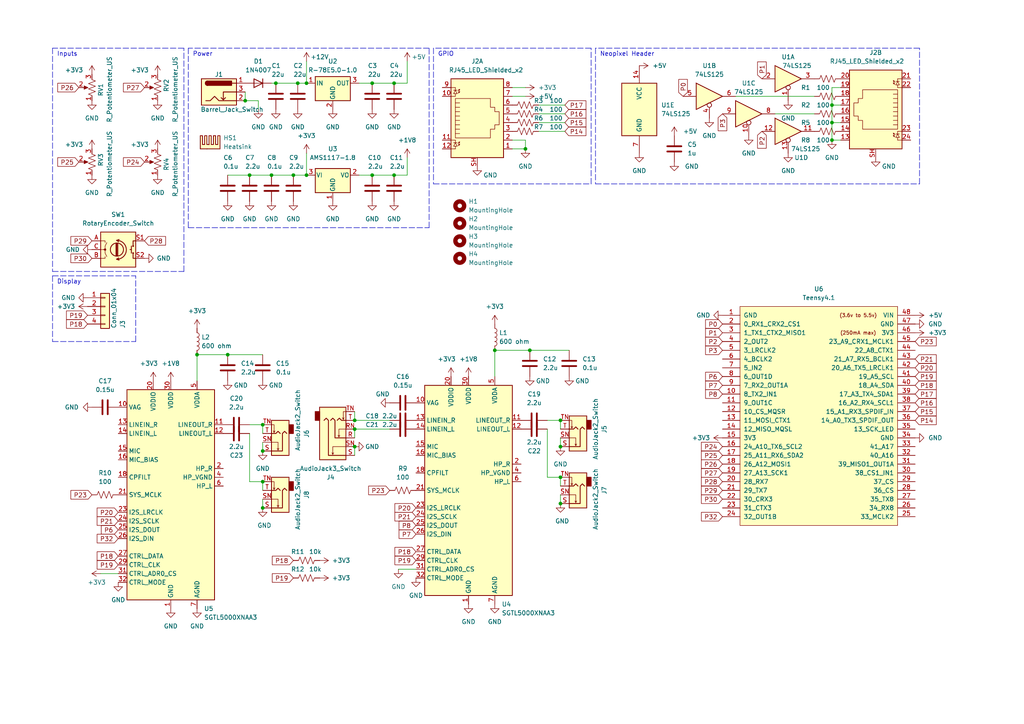
<source format=kicad_sch>
(kicad_sch (version 20211123) (generator eeschema)
  (paper "A4")
  (title_block (title "BM Math Camp Synth 2023"))
  (junction (at 85.09 50.8))
  (junction (at 143.51 101.6))
  (junction (at 162.56 121.92))
  (junction (at 152.4 43.18))
  (junction (at 76.2 130.81))
  (junction (at 162.56 146.05))
  (junction (at 86.36 24.13))
  (junction (at 66.04 102.87))
  (junction (at 57.15 102.87))
  (junction (at 241.3 40.64))
  (junction (at 76.2 147.32))
  (junction (at 102.87 124.46))
  (junction (at 88.9 24.13))
  (junction (at 102.87 121.92))
  (junction (at 76.2 123.19))
  (junction (at 241.3 30.48))
  (junction (at 114.3 50.8))
  (junction (at 153.67 101.6))
  (junction (at 107.95 24.13))
  (junction (at 241.3 35.56))
  (junction (at 72.39 50.8))
  (junction (at 88.9 50.8))
  (junction (at 102.87 129.54))
  (junction (at 114.3 24.13))
  (junction (at 78.74 50.8))
  (junction (at 162.56 138.43))
  (junction (at 162.56 129.54))
  (junction (at 71.12 29.21))
  (junction (at 80.01 24.13))
  (junction (at 107.95 50.8))
  (junction (at 76.2 139.7))
  (polyline (pts (xy 54.61 66.04) (xy 124.46 66.04)))
  (polyline (pts (xy 125.73 53.34) (xy 171.45 53.34)))
  (wire (pts (xy 163.83 35.56) (xy 156.21 35.56)))
  (wire (pts (xy 107.95 24.13) (xy 114.3 24.13)))
  (polyline (pts (xy 125.73 13.97) (xy 125.73 53.34)))
  (polyline (pts (xy 15.24 78.74) (xy 53.34 78.74)))
  (wire (pts (xy 241.3 25.4) (xy 241.3 30.48)))
  (wire (pts (xy 88.9 17.78) (xy 88.9 24.13)))
  (wire (pts (xy 78.74 24.13) (xy 80.01 24.13)))
  (polyline (pts (xy 53.34 13.97) (xy 15.24 13.97)))
  (wire (pts (xy 162.56 121.92) (xy 162.56 124.46)))
  (wire (pts (xy 88.9 44.45) (xy 88.9 50.8)))
  (wire (pts (xy 72.39 125.73) (xy 72.39 139.7)))
  (polyline (pts (xy 15.24 80.01) (xy 39.37 80.01)))
  (wire (pts (xy 224.79 33.02) (xy 236.22 33.02)))
  (wire (pts (xy 163.83 33.02) (xy 156.21 33.02)))
  (wire (pts (xy 86.36 24.13) (xy 88.9 24.13)))
  (wire (pts (xy 104.14 24.13) (xy 107.95 24.13)))
  (wire (pts (xy 162.56 140.97) (xy 162.56 138.43)))
  (wire (pts (xy 158.75 124.46) (xy 158.75 138.43)))
  (wire (pts (xy 72.39 50.8) (xy 78.74 50.8)))
  (wire (pts (xy 104.14 50.8) (xy 107.95 50.8)))
  (wire (pts (xy 76.2 142.24) (xy 76.2 139.7)))
  (polyline (pts (xy 171.45 53.34) (xy 171.45 13.97)))
  (wire (pts (xy 102.87 124.46) (xy 113.03 124.46)))
  (polyline (pts (xy 15.24 99.06) (xy 39.37 99.06)))
  (polyline (pts (xy 172.72 53.34) (xy 266.7 53.34)))
  (polyline (pts (xy 15.24 13.97) (xy 15.24 78.74)))
  (wire (pts (xy 243.84 25.4) (xy 241.3 25.4)))
  (wire (pts (xy 241.3 40.64) (xy 243.84 40.64)))
  (wire (pts (xy 78.74 50.8) (xy 85.09 50.8)))
  (wire (pts (xy 162.56 127) (xy 162.56 129.54)))
  (wire (pts (xy 143.51 101.6) (xy 143.51 109.22)))
  (wire (pts (xy 148.59 40.64) (xy 152.4 40.64)))
  (wire (pts (xy 29.21 166.37) (xy 34.29 166.37)))
  (wire (pts (xy 152.4 40.64) (xy 152.4 43.18)))
  (wire (pts (xy 74.93 31.75) (xy 74.93 29.21)))
  (wire (pts (xy 118.11 17.78) (xy 118.11 24.13)))
  (polyline (pts (xy 124.46 13.97) (xy 54.61 13.97)))
  (wire (pts (xy 102.87 121.92) (xy 113.03 121.92)))
  (wire (pts (xy 76.2 139.7) (xy 77.47 139.7)))
  (wire (pts (xy 241.3 35.56) (xy 241.3 40.64)))
  (wire (pts (xy 243.84 35.56) (xy 241.3 35.56)))
  (wire (pts (xy 71.12 29.21) (xy 74.93 29.21)))
  (wire (pts (xy 66.04 50.8) (xy 72.39 50.8)))
  (polyline (pts (xy 172.72 13.97) (xy 172.72 53.34)))
  (wire (pts (xy 158.75 121.92) (xy 162.56 121.92)))
  (wire (pts (xy 163.83 38.1) (xy 156.21 38.1)))
  (wire (pts (xy 107.95 50.8) (xy 114.3 50.8)))
  (wire (pts (xy 85.09 50.8) (xy 88.9 50.8)))
  (wire (pts (xy 115.57 165.1) (xy 120.65 165.1)))
  (wire (pts (xy 71.12 26.67) (xy 71.12 29.21)))
  (wire (pts (xy 148.59 27.94) (xy 152.4 27.94)))
  (wire (pts (xy 163.83 30.48) (xy 156.21 30.48)))
  (wire (pts (xy 57.15 102.87) (xy 66.04 102.87)))
  (wire (pts (xy 102.87 132.08) (xy 102.87 129.54)))
  (polyline (pts (xy 171.45 13.97) (xy 125.73 13.97)))
  (wire (pts (xy 118.11 45.72) (xy 118.11 50.8)))
  (polyline (pts (xy 53.34 78.74) (xy 53.34 13.97)))
  (wire (pts (xy 76.2 128.27) (xy 76.2 130.81)))
  (polyline (pts (xy 266.7 53.34) (xy 266.7 13.97)))
  (wire (pts (xy 241.3 30.48) (xy 241.3 35.56)))
  (polyline (pts (xy 54.61 13.97) (xy 54.61 66.04)))
  (wire (pts (xy 158.75 138.43) (xy 162.56 138.43)))
  (wire (pts (xy 80.01 24.13) (xy 86.36 24.13)))
  (polyline (pts (xy 15.24 80.01) (xy 15.24 99.06)))
  (wire (pts (xy 143.51 101.6) (xy 153.67 101.6)))
  (wire (pts (xy 148.59 25.4) (xy 152.4 25.4)))
  (wire (pts (xy 57.15 102.87) (xy 57.15 110.49)))
  (wire (pts (xy 243.84 30.48) (xy 241.3 30.48)))
  (polyline (pts (xy 39.37 99.06) (xy 39.37 80.01)))
  (polyline (pts (xy 266.7 13.97) (xy 172.72 13.97)))
  (wire (pts (xy 72.39 139.7) (xy 76.2 139.7)))
  (wire (pts (xy 118.11 24.13) (xy 114.3 24.13)))
  (wire (pts (xy 162.56 146.05) (xy 162.56 143.51)))
  (wire (pts (xy 72.39 123.19) (xy 76.2 123.19)))
  (wire (pts (xy 118.11 50.8) (xy 114.3 50.8)))
  (wire (pts (xy 76.2 123.19) (xy 76.2 125.73)))
  (wire (pts (xy 102.87 127) (xy 102.87 124.46)))
  (wire (pts (xy 76.2 147.32) (xy 76.2 144.78)))
  (wire (pts (xy 66.04 102.87) (xy 76.2 102.87)))
  (wire (pts (xy 153.67 101.6) (xy 165.1 101.6)))
  (wire (pts (xy 148.59 43.18) (xy 152.4 43.18)))
  (wire (pts (xy 102.87 121.92) (xy 102.87 119.38)))
  (wire (pts (xy 213.36 27.94) (xy 236.22 27.94)))
  (polyline (pts (xy 124.46 66.04) (xy 124.46 13.97)))
  (text "GPIO" (at 127 16.51 0) (effects (font (size 1.27 1.27)) (justify left bottom)))
  (text "Neopixel Header" (at 173.99 16.51 0) (effects (font (size 1.27 1.27)) (justify left bottom)))
  (text "Display" (at 16.51 82.55 0) (effects (font (size 1.27 1.27)) (justify left bottom)))
  (text "Inputs" (at 16.51 16.51 0) (effects (font (size 1.27 1.27)) (justify left bottom)))
  (text "Power" (at 55.88 16.51 0) (effects (font (size 1.27 1.27)) (justify left bottom)))
  (global_label "P6" (shape input) (at 209.55 109.22 180) (property "Intersheet References" "${INTERSHEET_REFS}" (effects hide)))
  (global_label "P14" (shape input) (at 163.83 38.1 0) (property "Intersheet References" "${INTERSHEET_REFS}" (effects hide)))
  (global_label "P30" (shape input) (at 209.55 144.78 180) (property "Intersheet References" "${INTERSHEET_REFS}" (effects hide)))
  (global_label "P20" (shape input) (at 120.65 147.32 180) (property "Intersheet References" "${INTERSHEET_REFS}" (effects hide)))
  (global_label "P16" (shape input) (at 265.43 116.84 0) (property "Intersheet References" "${INTERSHEET_REFS}" (effects hide)))
  (global_label "P19" (shape input) (at 265.43 109.22 0) (property "Intersheet References" "${INTERSHEET_REFS}" (effects hide)))
  (global_label "P1" (shape input) (at 209.55 96.52 180) (property "Intersheet References" "${INTERSHEET_REFS}" (effects hide)))
  (global_label "P14" (shape input) (at 265.43 121.92 0) (property "Intersheet References" "${INTERSHEET_REFS}" (effects hide)))
  (global_label "P23" (shape input) (at 113.03 142.24 180) (property "Intersheet References" "${INTERSHEET_REFS}" (effects hide)))
  (global_label "P19" (shape input) (at 85.09 167.64 180) (property "Intersheet References" "${INTERSHEET_REFS}" (effects hide)))
  (global_label "P24" (shape input) (at 41.91 46.99 180) (property "Intersheet References" "${INTERSHEET_REFS}" (effects hide)))
  (global_label "P32" (shape input) (at 209.55 149.86 180) (property "Intersheet References" "${INTERSHEET_REFS}" (effects hide)))
  (global_label "P17" (shape input) (at 163.83 30.48 0) (property "Intersheet References" "${INTERSHEET_REFS}" (effects hide)))
  (global_label "P19" (shape input) (at 25.4 91.44 180) (property "Intersheet References" "${INTERSHEET_REFS}" (effects hide)))
  (global_label "P7" (shape input) (at 209.55 111.76 180) (property "Intersheet References" "${INTERSHEET_REFS}" (effects hide)))
  (global_label "P27" (shape input) (at 209.55 137.16 180) (property "Intersheet References" "${INTERSHEET_REFS}" (effects hide)))
  (global_label "P23" (shape input) (at 26.67 143.51 180) (property "Intersheet References" "${INTERSHEET_REFS}" (effects hide)))
  (global_label "P18" (shape input) (at 34.29 161.29 180) (property "Intersheet References" "${INTERSHEET_REFS}" (effects hide)))
  (global_label "P26" (shape input) (at 209.55 134.62 180) (property "Intersheet References" "${INTERSHEET_REFS}" (effects hide)))
  (global_label "P29" (shape input) (at 26.67 69.85 180) (property "Intersheet References" "${INTERSHEET_REFS}" (effects hide)))
  (global_label "P19" (shape input) (at 34.29 163.83 180) (property "Intersheet References" "${INTERSHEET_REFS}" (effects hide)))
  (global_label "P18" (shape input) (at 265.43 111.76 0) (property "Intersheet References" "${INTERSHEET_REFS}" (effects hide)))
  (global_label "P7" (shape input) (at 120.65 154.94 180) (property "Intersheet References" "${INTERSHEET_REFS}" (effects hide)))
  (global_label "P20" (shape input) (at 265.43 106.68 0) (property "Intersheet References" "${INTERSHEET_REFS}" (effects hide)))
  (global_label "P18" (shape input) (at 120.65 160.02 180) (property "Intersheet References" "${INTERSHEET_REFS}" (effects hide)))
  (global_label "P16" (shape input) (at 163.83 33.02 0) (property "Intersheet References" "${INTERSHEET_REFS}" (effects hide)))
  (global_label "P0" (shape input) (at 209.55 93.98 180) (property "Intersheet References" "${INTERSHEET_REFS}" (effects hide)))
  (global_label "P3" (shape input) (at 209.55 101.6 180) (property "Intersheet References" "${INTERSHEET_REFS}" (effects hide)))
  (global_label "P21" (shape input) (at 265.43 104.14 0) (property "Intersheet References" "${INTERSHEET_REFS}" (effects hide)))
  (global_label "P15" (shape input) (at 265.43 119.38 0) (property "Intersheet References" "${INTERSHEET_REFS}" (effects hide)))
  (global_label "P25" (shape input) (at 209.55 132.08 180) (property "Intersheet References" "${INTERSHEET_REFS}" (effects hide)))
  (global_label "P17" (shape input) (at 265.43 114.3 0) (property "Intersheet References" "${INTERSHEET_REFS}" (effects hide)))
  (global_label "P18" (shape input) (at 25.4 93.98 180) (property "Intersheet References" "${INTERSHEET_REFS}" (effects hide)))
  (global_label "P8" (shape input) (at 209.55 114.3 180) (property "Intersheet References" "${INTERSHEET_REFS}" (effects hide)))
  (global_label "P21" (shape input) (at 34.29 151.13 180) (property "Intersheet References" "${INTERSHEET_REFS}" (effects hide)))
  (global_label "P20" (shape input) (at 34.29 148.59 180) (property "Intersheet References" "${INTERSHEET_REFS}" (effects hide)))
  (global_label "P24" (shape input) (at 209.55 129.54 180) (property "Intersheet References" "${INTERSHEET_REFS}" (effects hide)))
  (global_label "P27" (shape input) (at 41.91 25.4 180) (property "Intersheet References" "${INTERSHEET_REFS}" (effects hide)))
  (global_label "P29" (shape input) (at 209.55 142.24 180) (property "Intersheet References" "${INTERSHEET_REFS}" (effects hide)))
  (global_label "P21" (shape input) (at 120.65 149.86 180) (property "Intersheet References" "${INTERSHEET_REFS}" (effects hide)))
  (global_label "P30" (shape input) (at 26.67 74.93 180) (property "Intersheet References" "${INTERSHEET_REFS}" (effects hide)))
  (global_label "P23" (shape input) (at 265.43 99.06 0) (property "Intersheet References" "${INTERSHEET_REFS}" (effects hide)))
  (global_label "P32" (shape input) (at 34.29 156.21 180) (property "Intersheet References" "${INTERSHEET_REFS}" (effects hide)))
  (global_label "P15" (shape input) (at 163.83 35.56 0) (property "Intersheet References" "${INTERSHEET_REFS}" (effects hide)))
  (global_label "P2" (shape input) (at 209.55 99.06 180) (property "Intersheet References" "${INTERSHEET_REFS}" (effects hide)))
  (global_label "P8" (shape input) (at 120.65 152.4 180) (property "Intersheet References" "${INTERSHEET_REFS}" (effects hide)))
  (global_label "P28" (shape input) (at 209.55 139.7 180) (property "Intersheet References" "${INTERSHEET_REFS}" (effects hide)))
  (global_label "P28" (shape input) (at 41.91 69.85 0) (property "Intersheet References" "${INTERSHEET_REFS}" (effects hide)))
  (global_label "P2" (shape input) (at 220.98 38.1 270) (property "Intersheet References" "${INTERSHEET_REFS}" (effects hide)))
  (global_label "P1" (shape input) (at 220.98 22.86 90) (property "Intersheet References" "${INTERSHEET_REFS}" (effects hide)))
  (global_label "P0" (shape input) (at 198.12 27.94 90) (property "Intersheet References" "${INTERSHEET_REFS}" (effects hide)))
  (global_label "P19" (shape input) (at 120.65 162.56 180) (property "Intersheet References" "${INTERSHEET_REFS}" (effects hide)))
  (global_label "P25" (shape input) (at 22.86 46.99 180) (property "Intersheet References" "${INTERSHEET_REFS}" (effects hide)))
  (global_label "P26" (shape input) (at 22.86 25.4 180) (property "Intersheet References" "${INTERSHEET_REFS}" (effects hide)))
  (global_label "P6" (shape input) (at 34.29 153.67 180) (property "Intersheet References" "${INTERSHEET_REFS}" (effects hide)))
  (global_label "P3" (shape input) (at 209.55 33.02 270) (property "Intersheet References" "${INTERSHEET_REFS}" (effects hide)))
  (global_label "P18" (shape input) (at 85.09 162.56 180) (property "Intersheet References" "${INTERSHEET_REFS}" (effects hide)))
  (symbol (lib_id "Mechanical:MountingHole") (at 133.35 64.77 0) (unit 1)
    (property "Reference" "H2" (at 135.89 63.4999 0) (effects (justify left)))
    (property "Value" "MountingHole" (at 135.89 66.0399 0) (effects (justify left)))
    (property "Footprint" "MountingHole:MountingHole_3.7mm" (effects hide))
  )
  (symbol (lib_id "Device:C") (at 195.58 43.18 0) (unit 1)
    (property "Reference" "C5" (at 199.39 41.9099 0) (effects (justify left)))
    (property "Value" "1u" (at 199.39 44.4499 0) (effects (justify left)))
    (property "Footprint" "Capacitor_SMD:C_0603_1608Metric" (effects hide))
  )
  (symbol (lib_id "Device:C") (at 66.04 106.68 0) (unit 1)
    (property "Reference" "C14" (at 69.85 105.4099 0) (effects (justify left)))
    (property "Value" "2.2u" (at 69.85 107.9499 0) (effects (justify left)))
    (property "Footprint" "Capacitor_SMD:C_0603_1608Metric" (effects hide))
  )
  (symbol (lib_id "power:GND") (at 45.72 29.21 0) (unit 1)
    (property "Reference" "#PWR010" (effects hide))
    (property "Value" "GND" (at 45.72 34.29 0))
  )
  (symbol (lib_id "power:GND") (at 153.67 109.22 0) (unit 1)
    (property "Reference" "#PWR052" (effects hide))
    (property "Value" "GND" (at 157.48 110.49 0))
  )
  (symbol (lib_id "Connector:AudioJack3_Switch") (at 97.79 127 0) (mirror x) (unit 1)
    (property "Reference" "J4" (at 95.885 138.43 0))
    (property "Value" "AudioJack3_Switch" (at 95.885 135.89 0))
    (property "Footprint" "Connector_Audio:Jack_6.35mm_Neutrik_NMJ6HFD4_Horizontal" (effects hide))
  )
  (symbol (lib_id "power:GND") (at 57.15 176.53 0) (unit 1)
    (property "Reference" "#PWR076" (effects hide))
    (property "Value" "GND" (at 57.15 181.61 0))
  )
  (symbol (lib_id "power:+5V") (at 118.11 17.78 0) (unit 1)
    (property "Reference" "#PWR02" (effects hide))
    (property "Value" "+5V" (at 119.38 16.51 0) (effects (justify left)))
  )
  (symbol (lib_id "power:GND") (at 162.56 129.54 0) (unit 1)
    (property "Reference" "#PWR063" (effects hide))
    (property "Value" "GND" (at 162.56 134.62 0))
  )
  (symbol (lib_id "Device:R_Potentiometer_US") (at 45.72 25.4 180) (unit 1)
    (property "Reference" "RV2" (at 48.26 26.6701 90) (effects (justify right)))
    (property "Value" "R_Potentiometer_US" (at 50.8 35.56 90) (effects (justify right)))
    (property "Footprint" "Potentiometer_THT:Potentiometer_Alpha_RD901F-40-00D_Single_Vertical" (effects hide))
  )
  (symbol (lib_id "power:GND") (at 74.93 31.75 0) (unit 1)
    (property "Reference" "#PWR011" (effects hide))
    (property "Value" "GND" (at 74.93 36.83 0))
  )
  (symbol (lib_id "Device:R_Potentiometer_US") (at 45.72 46.99 180) (unit 1)
    (property "Reference" "RV4" (at 48.26 49.53 90) (effects (justify right)))
    (property "Value" "R_Potentiometer_US" (at 50.8 57.15 90) (effects (justify right)))
    (property "Footprint" "Potentiometer_THT:Potentiometer_Alpha_RD901F-40-00D_Single_Vertical" (effects hide))
  )
  (symbol (lib_id "power:GND") (at 80.01 31.75 0) (unit 1)
    (property "Reference" "#PWR012" (effects hide))
    (property "Value" "GND" (at 80.01 36.83 0))
  )
  (symbol (lib_id "Device:C") (at 86.36 27.94 0) (unit 1)
    (property "Reference" "C2" (at 85.09 19.05 0) (effects (justify left)))
    (property "Value" "22u" (at 85.09 21.59 0) (effects (justify left)))
    (property "Footprint" "Capacitor_SMD:C_0805_2012Metric" (effects hide))
  )
  (symbol (lib_id "power:GND") (at 162.56 146.05 0) (unit 1)
    (property "Reference" "#PWR065" (effects hide))
    (property "Value" "GND" (at 165.1 151.13 0) (effects (justify right)))
  )
  (symbol (lib_id "Diode:1N4007") (at 74.93 24.13 180) (unit 1)
    (property "Reference" "D1" (at 74.93 17.78 0))
    (property "Value" "1N4007" (at 74.93 20.32 0))
    (property "Footprint" "Diode_THT:D_DO-41_SOD81_P10.16mm_Horizontal" (effects hide))
    (property "Datasheet" "http://www.vishay.com/docs/88503/1n4001.pdf" (effects hide))
  )
  (symbol (lib_id "Device:C") (at 68.58 123.19 90) (unit 1)
    (property "Reference" "C20" (at 68.58 115.57 90))
    (property "Value" "2.2u" (at 68.58 118.11 90))
    (property "Footprint" "Capacitor_SMD:C_0603_1608Metric" (effects hide))
  )
  (symbol (lib_id "power:GND") (at 113.03 116.84 270) (unit 1)
    (property "Reference" "#PWR059" (effects hide))
    (property "Value" "GND" (at 113.03 114.3 90) (effects (justify right)))
  )
  (symbol (lib_id "Device:C") (at 116.84 116.84 90) (unit 1)
    (property "Reference" "C16" (at 116.84 109.22 90))
    (property "Value" "0.15u" (at 116.84 111.76 90))
    (property "Footprint" "Capacitor_SMD:C_0603_1608Metric" (effects hide))
  )
  (symbol (lib_id "Connector:AudioJack2_Switch") (at 81.28 142.24 180) (unit 1)
    (property "Reference" "J8" (at 88.9 143.51 90))
    (property "Value" "AudioJack2_Switch" (at 86.36 144.78 90))
    (property "Footprint" "Connector_Audio:Jack_6.35mm_Neutrik_NMJ6HFD4_Horizontal" (effects hide))
  )
  (symbol (lib_id "Regulator_Linear:AMS1117-1.8") (at 96.52 50.8 0) (unit 1)
    (property "Reference" "U3" (at 96.52 43.18 0))
    (property "Value" "AMS1117-1.8" (at 96.52 45.72 0))
    (property "Footprint" "Package_TO_SOT_SMD:SOT-223-3_TabPin2" (effects hide))
    (property "Datasheet" "http://www.advanced-monolithic.com/pdf/ds1117.pdf" (effects hide))
  )
  (symbol (lib_id "Connector:Barrel_Jack_Switch") (at 63.5 26.67 0) (unit 1)
    (property "Reference" "J1" (at 63.5 21.59 0))
    (property "Value" "Barrel_Jack_Switch" (at 67.31 31.75 0))
    (property "Footprint" "Connector_BarrelJack:BarrelJack_Horizontal" (effects hide))
  )
  (symbol (lib_id "power:+3.3V") (at 45.72 21.59 0) (unit 1)
    (property "Reference" "#PWR05" (effects hide))
    (property "Value" "+3.3V" (at 43.18 20.3201 0) (effects (justify right)))
  )
  (symbol (lib_id "Device:R_US") (at 152.4 33.02 90) (unit 1)
    (property "Reference" "R4" (at 156.21 31.75 90))
    (property "Value" "100" (at 161.29 31.75 90))
    (property "Footprint" "Resistor_SMD:R_0603_1608Metric" (effects hide))
  )
  (symbol (lib_id "Device:R_US") (at 30.48 143.51 90) (unit 1)
    (property "Reference" "R10" (at 30.48 137.16 90))
    (property "Value" "100" (at 30.48 139.7 90))
    (property "Footprint" "Resistor_SMD:R_0603_1608Metric" (effects hide))
  )
  (symbol (lib_id "power:GND") (at 26.67 29.21 0) (unit 1)
    (property "Reference" "#PWR08" (effects hide))
    (property "Value" "GND" (at 26.67 34.29 0))
  )
  (symbol (lib_id "power:GND") (at 217.17 39.37 0) (unit 1)
    (property "Reference" "#PWR0103" (effects hide))
    (property "Value" "GND" (at 217.17 44.45 0))
  )
  (symbol (lib_id "power:GND") (at 66.04 110.49 0) (unit 1)
    (property "Reference" "#PWR056" (effects hide))
    (property "Value" "GND" (at 69.85 111.76 0))
  )
  (symbol (lib_id "Mechanical:MountingHole") (at 133.35 74.93 0) (unit 1)
    (property "Reference" "H4" (at 135.89 73.6599 0) (effects (justify left)))
    (property "Value" "MountingHole" (at 135.89 76.1999 0) (effects (justify left)))
    (property "Footprint" "MountingHole:MountingHole_3.7mm" (effects hide))
  )
  (symbol (lib_id "Device:R_Potentiometer_US") (at 26.67 25.4 180) (unit 1)
    (property "Reference" "RV1" (at 29.21 27.94 90) (effects (justify right)))
    (property "Value" "R_Potentiometer_US" (at 31.75 35.56 90) (effects (justify right)))
    (property "Footprint" "Potentiometer_THT:Potentiometer_Alpha_RD901F-40-00D_Single_Vertical" (effects hide))
  )
  (symbol (lib_id "power:GND") (at 107.95 58.42 0) (unit 1)
    (property "Reference" "#PWR038" (effects hide))
    (property "Value" "GND" (at 107.95 63.5 0))
  )
  (symbol (lib_id "Device:C") (at 114.3 27.94 0) (unit 1)
    (property "Reference" "C4" (at 113.03 19.05 0) (effects (justify left)))
    (property "Value" "22u" (at 113.03 21.59 0) (effects (justify left)))
    (property "Footprint" "Capacitor_SMD:C_0805_2012Metric" (effects hide))
  )
  (symbol (lib_id "Device:C") (at 116.84 121.92 90) (unit 1)
    (property "Reference" "C18" (at 107.95 120.65 90))
    (property "Value" "2.2u" (at 113.03 120.65 90))
    (property "Footprint" "Capacitor_SMD:C_0603_1608Metric" (effects hide))
  )
  (symbol (lib_id "74xx:74LS125") (at 205.74 27.94 0) (unit 2)
    (property "Reference" "U1" (at 205.74 19.05 0))
    (property "Value" "74LS125" (at 205.74 21.59 0))
    (property "Footprint" "Package_SO:SOIC-14_3.9x8.7mm_P1.27mm" (effects hide))
    (property "Datasheet" "http://www.ti.com/lit/gpn/sn74LS125" (effects hide))
  )
  (symbol (lib_id "power:GND") (at 228.6 44.45 0) (unit 1)
    (property "Reference" "#PWR0101" (effects hide))
    (property "Value" "GND" (at 228.6 49.53 0))
  )
  (symbol (lib_id "power:+3.3V") (at 29.21 166.37 90) (unit 1)
    (property "Reference" "#PWR069" (effects hide))
    (property "Value" "+3.3V" (at 25.4 168.91 90) (effects (justify right)))
  )
  (symbol (lib_id "Device:R_US") (at 240.03 22.86 90) (unit 1)
    (property "Reference" "R1" (at 233.68 25.4 90))
    (property "Value" "100" (at 238.76 25.4 90))
    (property "Footprint" "Resistor_SMD:R_0603_1608Metric" (effects hide))
  )
  (symbol (lib_id "power:GND") (at 102.87 129.54 90) (unit 1)
    (property "Reference" "#PWR058" (effects hide))
    (property "Value" "GND" (at 107.95 129.54 90))
  )
  (symbol (lib_id "power:GND") (at 25.4 86.36 270) (unit 1)
    (property "Reference" "#PWR042" (effects hide))
    (property "Value" "GND" (at 17.78 86.36 90) (effects (justify left)))
  )
  (symbol (lib_id "power:GND") (at 265.43 93.98 90) (unit 1)
    (property "Reference" "#PWR047" (effects hide))
    (property "Value" "GND" (at 269.24 93.9799 90) (effects (justify right)))
  )
  (symbol (lib_id "Device:C") (at 68.58 125.73 90) (unit 1)
    (property "Reference" "C23" (at 68.58 132.08 90))
    (property "Value" "2.2u" (at 68.58 129.54 90))
    (property "Footprint" "Capacitor_SMD:C_0603_1608Metric" (effects hide))
  )
  (symbol (lib_id "Device:C") (at 154.94 124.46 90) (unit 1)
    (property "Reference" "C22" (at 154.94 130.81 90))
    (property "Value" "2.2u" (at 154.94 128.27 90))
    (property "Footprint" "Capacitor_SMD:C_0603_1608Metric" (effects hide))
  )
  (symbol (lib_id "power:GND") (at 107.95 31.75 0) (unit 1)
    (property "Reference" "#PWR015" (effects hide))
    (property "Value" "GND" (at 107.95 36.83 0))
  )
  (symbol (lib_id "Device:R_US") (at 88.9 162.56 90) (unit 1)
    (property "Reference" "R11" (at 86.36 160.02 90))
    (property "Value" "10k" (at 91.44 160.02 90))
    (property "Footprint" "Resistor_SMD:R_0603_1608Metric" (effects hide))
  )
  (symbol (lib_id "power:+3.3V") (at 44.45 110.49 0) (unit 1)
    (property "Reference" "#PWR054" (effects hide))
    (property "Value" "+3.3V" (at 43.18 105.41 0))
  )
  (symbol (lib_id "power:+3.3V") (at 265.43 96.52 270) (unit 1)
    (property "Reference" "#PWR049" (effects hide))
    (property "Value" "+3.3V" (at 269.24 96.5199 90) (effects (justify left)))
  )
  (symbol (lib_id "Device:R_Potentiometer_US") (at 26.67 46.99 180) (unit 1)
    (property "Reference" "RV3" (at 29.21 48.26 90) (effects (justify right)))
    (property "Value" "R_Potentiometer_US" (at 31.75 57.15 90) (effects (justify right)))
    (property "Footprint" "Potentiometer_THT:Potentiometer_Alpha_RD901F-40-00D_Single_Vertical" (effects hide))
  )
  (symbol (lib_id "power:GND") (at 34.29 168.91 0) (unit 1)
    (property "Reference" "#PWR072" (effects hide))
    (property "Value" "GND" (at 34.29 173.99 0))
  )
  (symbol (lib_id "Device:R_US") (at 116.84 142.24 90) (unit 1)
    (property "Reference" "R9" (at 116.84 135.89 90))
    (property "Value" "100" (at 116.84 138.43 90))
    (property "Footprint" "Resistor_SMD:R_0603_1608Metric" (effects hide))
  )
  (symbol (lib_id "power:+3.3V") (at 92.71 167.64 270) (unit 1)
    (property "Reference" "#PWR070" (effects hide))
    (property "Value" "+3.3V" (at 101.6 167.64 90) (effects (justify right)))
  )
  (symbol (lib_id "74xx:74LS125") (at 228.6 38.1 0) (unit 4)
    (property "Reference" "U1" (at 232.41 45.72 0))
    (property "Value" "74LS125" (at 233.68 43.18 0))
    (property "Footprint" "Package_SO:SOIC-14_3.9x8.7mm_P1.27mm" (effects hide))
    (property "Datasheet" "http://www.ti.com/lit/gpn/sn74LS125" (effects hide))
  )
  (symbol (lib_id "Connector:RJ45_LED_Shielded_x2") (at 254 33.02 0) (mirror y) (unit 2)
    (property "Reference" "J2" (at 254 15.24 0))
    (property "Value" "RJ45_LED_Shielded_x2" (at 251.46 17.78 0))
    (property "Footprint" "Connector_RJ:RJ45_Amphenol_RJHSE538X-02" (effects hide))
  )
  (symbol (lib_id "power:+3.3V") (at 209.55 127 90) (unit 1)
    (property "Reference" "#PWR061" (effects hide))
    (property "Value" "+3.3V" (at 200.66 127 90) (effects (justify right)))
  )
  (symbol (lib_id "power:GND") (at 66.04 58.42 0) (unit 1)
    (property "Reference" "#PWR033" (effects hide))
    (property "Value" "GND" (at 66.04 63.5 0))
  )
  (symbol (lib_id "Device:C") (at 107.95 54.61 0) (unit 1)
    (property "Reference" "C10" (at 106.68 45.72 0) (effects (justify left)))
    (property "Value" "2.2u" (at 106.68 48.26 0) (effects (justify left)))
    (property "Footprint" "Capacitor_SMD:C_0603_1608Metric" (effects hide))
  )
  (symbol (lib_id "power:GND") (at 26.67 72.39 270) (unit 1)
    (property "Reference" "#PWR040" (effects hide))
    (property "Value" "GND" (at 19.05 72.39 90) (effects (justify left)))
  )
  (symbol (lib_id "74xx:74LS125") (at 217.17 33.02 0) (unit 3)
    (property "Reference" "U1" (at 217.17 24.13 0))
    (property "Value" "74LS125" (at 217.17 26.67 0))
    (property "Footprint" "Package_SO:SOIC-14_3.9x8.7mm_P1.27mm" (effects hide))
    (property "Datasheet" "http://www.ti.com/lit/gpn/sn74LS125" (effects hide))
  )
  (symbol (lib_id "power:GND") (at 114.3 31.75 0) (unit 1)
    (property "Reference" "#PWR016" (effects hide))
    (property "Value" "GND" (at 114.3 36.83 0))
  )
  (symbol (lib_id "Mechanical:MountingHole") (at 133.35 69.85 0) (unit 1)
    (property "Reference" "H3" (at 135.89 68.5799 0) (effects (justify left)))
    (property "Value" "MountingHole" (at 135.89 71.1199 0) (effects (justify left)))
    (property "Footprint" "MountingHole:MountingHole_3.7mm" (effects hide))
  )
  (symbol (lib_id "power:GND") (at 115.57 165.1 0) (unit 1)
    (property "Reference" "#PWR068" (effects hide))
    (property "Value" "GND" (at 115.57 170.18 0))
  )
  (symbol (lib_id "Device:C") (at 66.04 54.61 0) (unit 1)
    (property "Reference" "C6" (at 64.77 45.72 0) (effects (justify left)))
    (property "Value" "0.1u" (at 64.77 48.26 0) (effects (justify left)))
    (property "Footprint" "Capacitor_SMD:C_0603_1608Metric" (effects hide))
  )
  (symbol (lib_id "Connector:RJ45_LED_Shielded_x2") (at 138.43 35.56 0) (unit 1)
    (property "Reference" "J2" (at 138.43 17.78 0))
    (property "Value" "RJ45_LED_Shielded_x2" (at 140.97 20.32 0))
    (property "Footprint" "Connector_RJ:RJ45_Amphenol_RJHSE538X-02" (effects hide))
  )
  (symbol (lib_id "power:GND") (at 185.42 44.45 0) (unit 1)
    (property "Reference" "#PWR025" (effects hide))
    (property "Value" "GND" (at 185.42 49.53 0))
  )
  (symbol (lib_id "Device:R_US") (at 152.4 30.48 90) (unit 1)
    (property "Reference" "R3" (at 156.21 29.21 90))
    (property "Value" "100" (at 161.29 29.21 90))
    (property "Footprint" "Resistor_SMD:R_0603_1608Metric" (effects hide))
  )
  (symbol (lib_id "power:GND") (at 96.52 58.42 0) (unit 1)
    (property "Reference" "#PWR037" (effects hide))
    (property "Value" "GND" (at 96.52 63.5 0))
  )
  (symbol (lib_id "power:GND") (at 41.91 74.93 90) (unit 1)
    (property "Reference" "#PWR041" (effects hide))
    (property "Value" "GND" (at 49.53 74.93 90) (effects (justify left)))
  )
  (symbol (lib_id "Device:R_US") (at 152.4 35.56 90) (unit 1)
    (property "Reference" "R6" (at 156.21 34.29 90))
    (property "Value" "100" (at 161.29 34.29 90))
    (property "Footprint" "Resistor_SMD:R_0603_1608Metric" (effects hide))
  )
  (symbol (lib_id "power:GND") (at 143.51 175.26 0) (unit 1)
    (property "Reference" "#PWR074" (effects hide))
    (property "Value" "GND" (at 143.51 180.34 0))
  )
  (symbol (lib_id "Audio:SGTL5000XNAA3") (at 49.53 143.51 0) (unit 1)
    (property "Reference" "U5" (at 59.1694 176.53 0) (effects (justify left)))
    (property "Value" "SGTL5000XNAA3" (at 59.1694 179.07 0) (effects (justify left)))
    (property "Footprint" "Package_DFN_QFN:QFN-32-1EP_5x5mm_P0.5mm_EP3.6x3.6mm" (effects hide))
    (property "Datasheet" "https://www.nxp.com/docs/en/data-sheet/SGTL5000.pdf" (effects hide))
  )
  (symbol (lib_id "power:GND") (at 152.4 43.18 0) (unit 1)
    (property "Reference" "#PWR023" (effects hide))
    (property "Value" "GND" (at 152.4 48.26 0))
  )
  (symbol (lib_id "power:GND") (at 195.58 46.99 0) (unit 1)
    (property "Reference" "#PWR029" (effects hide))
    (property "Value" "GND" (at 200.66 48.26 0))
  )
  (symbol (lib_id "Device:C") (at 78.74 54.61 0) (unit 1)
    (property "Reference" "C8" (at 77.47 45.72 0) (effects (justify left)))
    (property "Value" "0.1u" (at 77.47 48.26 0) (effects (justify left)))
    (property "Footprint" "Capacitor_SMD:C_0603_1608Metric" (effects hide))
  )
  (symbol (lib_id "Device:R_US") (at 240.03 38.1 90) (unit 1)
    (property "Reference" "R8" (at 233.68 40.64 90))
    (property "Value" "100" (at 238.76 40.64 90))
    (property "Footprint" "Resistor_SMD:R_0603_1608Metric" (effects hide))
  )
  (symbol (lib_id "Device:C") (at 153.67 105.41 0) (unit 1)
    (property "Reference" "C12" (at 157.48 104.1399 0) (effects (justify left)))
    (property "Value" "2.2u" (at 157.48 106.6799 0) (effects (justify left)))
    (property "Footprint" "Capacitor_SMD:C_0603_1608Metric" (effects hide))
  )
  (symbol (lib_id "power:GND") (at 78.74 58.42 0) (unit 1)
    (property "Reference" "#PWR035" (effects hide))
    (property "Value" "GND" (at 78.74 63.5 0))
  )
  (symbol (lib_id "power:GND") (at 76.2 130.81 0) (unit 1)
    (property "Reference" "#PWR064" (effects hide))
    (property "Value" "GND" (at 76.2 135.89 0))
  )
  (symbol (lib_id "Device:R_US") (at 88.9 167.64 90) (unit 1)
    (property "Reference" "R12" (at 86.36 165.1 90))
    (property "Value" "10k" (at 91.44 165.1 90))
    (property "Footprint" "Resistor_SMD:R_0603_1608Metric" (effects hide))
  )
  (symbol (lib_id "Device:R_US") (at 152.4 38.1 90) (unit 1)
    (property "Reference" "R7" (at 156.21 36.83 90))
    (property "Value" "100" (at 161.29 36.83 90))
    (property "Footprint" "Resistor_SMD:R_0603_1608Metric" (effects hide))
  )
  (symbol (lib_id "power:+3.3V") (at 45.72 43.18 0) (unit 1)
    (property "Reference" "#PWR022" (effects hide))
    (property "Value" "+3.3V" (at 43.18 41.9101 0) (effects (justify right)))
  )
  (symbol (lib_id "power:GND") (at 228.6 29.21 0) (unit 1)
    (property "Reference" "#PWR0102" (effects hide))
    (property "Value" "GND" (at 228.6 34.29 0))
  )
  (symbol (lib_id "power:GND") (at 86.36 31.75 0) (unit 1)
    (property "Reference" "#PWR013" (effects hide))
    (property "Value" "GND" (at 86.36 36.83 0))
  )
  (symbol (lib_id "Mechanical:MountingHole") (at 133.35 59.69 0) (unit 1)
    (property "Reference" "H1" (at 135.89 58.4199 0) (effects (justify left)))
    (property "Value" "MountingHole" (at 135.89 60.9599 0) (effects (justify left)))
    (property "Footprint" "MountingHole:MountingHole_3.7mm" (effects hide))
  )
  (symbol (lib_id "Device:C") (at 72.39 54.61 0) (unit 1)
    (property "Reference" "C7" (at 71.12 45.72 0) (effects (justify left)))
    (property "Value" "2.2u" (at 71.12 48.26 0) (effects (justify left)))
    (property "Footprint" "Capacitor_SMD:C_0603_1608Metric" (effects hide))
  )
  (symbol (lib_id "Device:C") (at 165.1 105.41 0) (unit 1)
    (property "Reference" "C13" (at 168.91 104.1399 0) (effects (justify left)))
    (property "Value" "0.1u" (at 168.91 106.6799 0) (effects (justify left)))
    (property "Footprint" "Capacitor_SMD:C_0603_1608Metric" (effects hide))
  )
  (symbol (lib_id "power:+5V") (at 185.42 19.05 270) (unit 1)
    (property "Reference" "#PWR03" (effects hide))
    (property "Value" "+5V" (at 189.23 19.0499 90) (effects (justify left)))
  )
  (symbol (lib_id "Regulator_Switching:R-78E5.0-1.0") (at 96.52 24.13 0) (unit 1)
    (property "Reference" "U2" (at 96.52 17.78 0))
    (property "Value" "R-78E5.0-1.0" (at 96.52 20.32 0))
    (property "Footprint" "Package_TO_SOT_THT:TO-220-3_Horizontal_TabDown" (effects hide))
    (property "Datasheet" "https://www.recom-power.com/pdf/Innoline/R-78Exx-1.0.pdf" (effects hide))
  )
  (symbol (lib_id "power:+3.3V") (at 92.71 162.56 270) (unit 1)
    (property "Reference" "#PWR067" (effects hide))
    (property "Value" "+3.3V" (at 101.6 162.56 90) (effects (justify right)))
  )
  (symbol (lib_id "Connector:AudioJack2_Switch") (at 81.28 125.73 180) (unit 1)
    (property "Reference" "J6" (at 88.9 127 90) (effects (justify right)))
    (property "Value" "AudioJack2_Switch" (at 86.36 130.81 90) (effects (justify right)))
    (property "Footprint" "Connector_Audio:Jack_6.35mm_Neutrik_NMJ6HFD4_Horizontal" (effects hide))
  )
  (symbol (lib_id "Device:C") (at 76.2 106.68 0) (unit 1)
    (property "Reference" "C15" (at 80.01 105.41 0) (effects (justify left)))
    (property "Value" "0.1u" (at 80.01 107.9499 0) (effects (justify left)))
    (property "Footprint" "Capacitor_SMD:C_0603_1608Metric" (effects hide))
  )
  (symbol (lib_id "power:GND") (at 76.2 110.49 0) (unit 1)
    (property "Reference" "#PWR057" (effects hide))
    (property "Value" "GND" (at 80.01 111.76 0))
  )
  (symbol (lib_id "power:GND") (at 72.39 58.42 0) (unit 1)
    (property "Reference" "#PWR034" (effects hide))
    (property "Value" "GND" (at 72.39 63.5 0))
  )
  (symbol (lib_id "power:+1V8") (at 135.89 109.22 0) (unit 1)
    (property "Reference" "#PWR051" (effects hide))
    (property "Value" "+1V8" (at 135.89 104.14 0))
  )
  (symbol (lib_id "power:+3.3V") (at 26.67 21.59 0) (unit 1)
    (property "Reference" "#PWR04" (effects hide))
    (property "Value" "+3.3V" (at 24.13 20.3201 0) (effects (justify right)))
  )
  (symbol (lib_id "power:+3.3V") (at 152.4 25.4 270) (unit 1)
    (property "Reference" "#PWR06" (effects hide))
    (property "Value" "+3.3V" (at 158.75 25.4 90))
  )
  (symbol (lib_id "power:+3.3V") (at 25.4 88.9 90) (unit 1)
    (property "Reference" "#PWR043" (effects hide))
    (property "Value" "+3.3V" (at 16.51 88.9 90) (effects (justify right)))
  )
  (symbol (lib_id "power:GND") (at 26.67 50.8 0) (unit 1)
    (property "Reference" "#PWR031" (effects hide))
    (property "Value" "GND" (at 26.67 55.88 0))
  )
  (symbol (lib_id "power:+5V") (at 195.58 39.37 0) (unit 1)
    (property "Reference" "#PWR018" (effects hide))
    (property "Value" "+5V" (at 198.12 38.0999 0) (effects (justify left)))
  )
  (symbol (lib_id "Device:C") (at 107.95 27.94 0) (unit 1)
    (property "Reference" "C3" (at 106.68 19.05 0) (effects (justify left)))
    (property "Value" "22u" (at 106.68 21.59 0) (effects (justify left)))
    (property "Footprint" "Capacitor_SMD:C_0805_2012Metric" (effects hide))
  )
  (symbol (lib_id "Audio:SGTL5000XNAA3") (at 135.89 142.24 0) (unit 1)
    (property "Reference" "U4" (at 145.5294 175.26 0) (effects (justify left)))
    (property "Value" "SGTL5000XNAA3" (at 145.5294 177.8 0) (effects (justify left)))
    (property "Footprint" "Package_DFN_QFN:QFN-32-1EP_5x5mm_P0.5mm_EP3.6x3.6mm" (effects hide))
    (property "Datasheet" "https://www.nxp.com/docs/en/data-sheet/SGTL5000.pdf" (effects hide))
  )
  (symbol (lib_id "power:GND") (at 241.3 40.64 0) (mirror y) (unit 1)
    (property "Reference" "#PWR020" (effects hide))
    (property "Value" "GND" (at 241.3 45.72 0))
  )
  (symbol (lib_id "power:GND") (at 96.52 31.75 0) (unit 1)
    (property "Reference" "#PWR014" (effects hide))
    (property "Value" "GND" (at 96.52 36.83 0))
  )
  (symbol (lib_id "power:GND") (at 205.74 34.29 0) (unit 1)
    (property "Reference" "#PWR0104" (effects hide))
    (property "Value" "GND" (at 205.74 39.37 0))
  )
  (symbol (lib_id "Connector:AudioJack2_Switch") (at 167.64 124.46 180) (unit 1)
    (property "Reference" "J5" (at 175.26 125.73 90) (effects (justify right)))
    (property "Value" "AudioJack2_Switch" (at 172.72 133.35 90) (effects (justify right)))
    (property "Footprint" "Connector_Audio:Jack_6.35mm_Neutrik_NMJ6HFD4_Horizontal" (effects hide))
  )
  (symbol (lib_id "power:GND") (at 254 45.72 0) (mirror y) (unit 1)
    (property "Reference" "#PWR028" (effects hide))
    (property "Value" "GND" (at 257.81 48.26 0))
  )
  (symbol (lib_id "Connector:AudioJack2_Switch") (at 167.64 140.97 180) (unit 1)
    (property "Reference" "J7" (at 175.26 142.24 90))
    (property "Value" "AudioJack2_Switch" (at 172.72 144.78 90))
    (property "Footprint" "Connector_Audio:Jack_6.35mm_Neutrik_NMJ6HFD4_Horizontal" (effects hide))
  )
  (symbol (lib_id "power:GND") (at 76.2 147.32 0) (unit 1)
    (property "Reference" "#PWR066" (effects hide))
    (property "Value" "GND" (at 78.74 152.4 0) (effects (justify right)))
  )
  (symbol (lib_id "power:GND") (at 114.3 58.42 0) (unit 1)
    (property "Reference" "#PWR039" (effects hide))
    (property "Value" "GND" (at 114.3 63.5 0))
  )
  (symbol (lib_id "power:GND") (at 209.55 91.44 270) (unit 1)
    (property "Reference" "#PWR044" (effects hide))
    (property "Value" "GND" (at 201.93 91.44 90) (effects (justify left)))
  )
  (symbol (lib_id "power:GND") (at 49.53 176.53 0) (unit 1)
    (property "Reference" "#PWR075" (effects hide))
    (property "Value" "GND" (at 49.53 181.61 0))
  )
  (symbol (lib_id "74xx:74LS125") (at 185.42 31.75 0) (unit 5)
    (property "Reference" "U1" (at 191.77 30.4799 0) (effects (justify left)))
    (property "Value" "74LS125" (at 191.77 33.0199 0) (effects (justify left)))
    (property "Footprint" "Package_SO:SOIC-14_3.9x8.7mm_P1.27mm" (effects hide))
    (property "Datasheet" "http://www.ti.com/lit/gpn/sn74LS125" (effects hide))
  )
  (symbol (lib_id "power:GND") (at 135.89 175.26 0) (unit 1)
    (property "Reference" "#PWR073" (effects hide))
    (property "Value" "GND" (at 135.89 180.34 0))
  )
  (symbol (lib_id "power:GND") (at 265.43 127 90) (unit 1)
    (property "Reference" "#PWR062" (effects hide))
    (property "Value" "GND" (at 269.24 126.9999 90) (effects (justify right)))
  )
  (symbol (lib_id "power:+5V") (at 152.4 27.94 270) (unit 1)
    (property "Reference" "#PWR07" (effects hide))
    (property "Value" "+5V" (at 156.21 27.9399 90) (effects (justify left)))
  )
  (symbol (lib_id "power:GND") (at 120.65 167.64 0) (unit 1)
    (property "Reference" "#PWR071" (effects hide))
    (property "Value" "GND" (at 120.65 172.72 0))
  )
  (symbol (lib_id "power:GND") (at 85.09 58.42 0) (unit 1)
    (property "Reference" "#PWR036" (effects hide))
    (property "Value" "GND" (at 85.09 63.5 0))
  )
  (symbol (lib_id "74xx:74LS125") (at 228.6 22.86 0) (unit 1)
    (property "Reference" "U1" (at 228.6 16.51 0))
    (property "Value" "74LS125" (at 231.14 19.05 0))
    (property "Footprint" "Package_SO:SOIC-14_3.9x8.7mm_P1.27mm" (effects hide))
    (property "Datasheet" "http://www.ti.com/lit/gpn/sn74LS125" (effects hide))
  )
  (symbol (lib_id "Device:C") (at 85.09 54.61 0) (unit 1)
    (property "Reference" "C9" (at 83.82 45.72 0) (effects (justify left)))
    (property "Value" "2.2u" (at 83.82 48.26 0) (effects (justify left)))
    (property "Footprint" "Capacitor_SMD:C_0603_1608Metric" (effects hide))
  )
  (symbol (lib_id "power:GND") (at 26.67 118.11 270) (unit 1)
    (property "Reference" "#PWR060" (effects hide))
    (property "Value" "GND" (at 22.86 118.1099 90) (effects (justify right)))
  )
  (symbol (lib_id "Teensy:Teensy4.1") (at 237.49 146.05 0) (unit 1)
    (property "Reference" "U6" (at 237.49 83.82 0))
    (property "Value" "Teensy4.1" (at 237.49 86.36 0))
    (property "Footprint" "Alex Custom:Teensy41" (effects hide))
  )
  (symbol (lib_id "Device:R_US") (at 240.03 27.94 90) (unit 1)
    (property "Reference" "R2" (at 233.68 30.48 90))
    (property "Value" "100" (at 238.76 30.48 90))
    (property "Footprint" "Resistor_SMD:R_0603_1608Metric" (effects hide))
  )
  (symbol (lib_id "power:+1V8") (at 49.53 110.49 0) (unit 1)
    (property "Reference" "#PWR055" (effects hide))
    (property "Value" "+1V8" (at 49.53 105.41 0))
  )
  (symbol (lib_id "Device:C") (at 154.94 121.92 90) (unit 1)
    (property "Reference" "C19" (at 154.94 114.3 90))
    (property "Value" "2.2u" (at 154.94 116.84 90))
    (property "Footprint" "Capacitor_SMD:C_0603_1608Metric" (effects hide))
  )
  (symbol (lib_id "Mechanical:Heatsink") (at 60.96 43.18 0) (unit 1)
    (property "Reference" "HS1" (at 64.77 40.0049 0) (effects (justify left)))
    (property "Value" "Heatsink" (at 64.77 42.5449 0) (effects (justify left)))
    (property "Footprint" "Heatsink:Heatsink_Aavid-TV5G_TO220_Horizontal" (effects hide))
  )
  (symbol (lib_id "power:GND") (at 165.1 109.22 0) (unit 1)
    (property "Reference" "#PWR053" (effects hide))
    (property "Value" "GND" (at 168.91 110.49 0))
  )
  (symbol (lib_id "power:+1V8") (at 118.11 45.72 0) (unit 1)
    (property "Reference" "#PWR027" (effects hide))
    (property "Value" "+1V8" (at 118.11 40.64 0))
  )
  (symbol (lib_id "Device:L") (at 57.15 99.06 0) (unit 1)
    (property "Reference" "L2" (at 58.42 97.7899 0) (effects (justify left)))
    (property "Value" "600 ohm" (at 58.42 100.3299 0) (effects (justify left)))
    (property "Footprint" "Inductor_SMD:L_0603_1608Metric" (effects hide))
  )
  (symbol (lib_id "power:+12V") (at 88.9 17.78 0) (unit 1)
    (property "Reference" "#PWR01" (effects hide))
    (property "Value" "+12V" (at 92.71 16.51 0))
  )
  (symbol (lib_id "power:+3.3V") (at 143.51 93.98 0) (unit 1)
    (property "Reference" "#PWR046" (effects hide))
    (property "Value" "+3.3V" (at 143.51 88.9 0))
  )
  (symbol (lib_id "Device:L") (at 143.51 97.79 0) (unit 1)
    (property "Reference" "L1" (at 144.78 96.5199 0) (effects (justify left)))
    (property "Value" "600 ohm" (at 144.78 99.0599 0) (effects (justify left)))
    (property "Footprint" "Inductor_SMD:L_0603_1608Metric" (effects hide))
  )
  (symbol (lib_id "power:+3.3V") (at 57.15 95.25 0) (unit 1)
    (property "Reference" "#PWR048" (effects hide))
    (property "Value" "+3.3V" (at 57.15 90.17 0))
  )
  (symbol (lib_id "Device:C") (at 30.48 118.11 90) (unit 1)
    (property "Reference" "C17" (at 30.48 110.49 90))
    (property "Value" "0.15u" (at 30.48 113.03 90))
    (property "Footprint" "Capacitor_SMD:C_0603_1608Metric" (effects hide))
  )
  (symbol (lib_id "power:GND") (at 138.43 48.26 0) (mirror y) (unit 1)
    (property "Reference" "#PWR030" (effects hide))
    (property "Value" "GND" (at 142.24 50.8 0))
  )
  (symbol (lib_id "Device:RotaryEncoder_Switch") (at 34.29 72.39 0) (unit 1)
    (property "Reference" "SW1" (at 34.29 62.23 0))
    (property "Value" "RotaryEncoder_Switch" (at 34.29 64.77 0))
    (property "Footprint" "Rotary_Encoder:RotaryEncoder_Alps_EC11E-Switch_Vertical_H20mm" (effects hide))
  )
  (symbol (lib_id "Connector_Generic:Conn_01x04") (at 30.48 88.9 0) (unit 1)
    (property "Reference" "J3" (at 35.56 95.25 90) (effects (justify left)))
    (property "Value" "Conn_01x04" (at 33.02 95.25 90) (effects (justify left)))
    (property "Footprint" "Alex Custom:SSD1106" (effects hide))
  )
  (symbol (lib_id "power:GND") (at 45.72 50.8 0) (unit 1)
    (property "Reference" "#PWR032" (effects hide))
    (property "Value" "GND" (at 45.72 55.88 0))
  )
  (symbol (lib_id "Device:C") (at 116.84 124.46 90) (unit 1)
    (property "Reference" "C21" (at 107.95 123.19 90))
    (property "Value" "2.2u" (at 113.03 123.19 90))
    (property "Footprint" "Capacitor_SMD:C_0603_1608Metric" (effects hide))
  )
  (symbol (lib_id "Device:C") (at 114.3 54.61 0) (unit 1)
    (property "Reference" "C11" (at 113.03 45.72 0) (effects (justify left)))
    (property "Value" "2.2u" (at 113.03 48.26 0) (effects (justify left)))
    (property "Footprint" "Capacitor_SMD:C_0603_1608Metric" (effects hide))
  )
  (symbol (lib_id "Device:R_US") (at 240.03 33.02 90) (unit 1)
    (property "Reference" "R5" (at 233.68 35.56 90))
    (property "Value" "100" (at 238.76 35.56 90))
    (property "Footprint" "Resistor_SMD:R_0603_1608Metric" (effects hide))
  )
  (symbol (lib_id "Device:C") (at 80.01 27.94 0) (unit 1)
    (property "Reference" "C1" (at 78.74 19.05 0) (effects (justify left)))
    (property "Value" "22u" (at 78.74 21.59 0) (effects (justify left)))
    (property "Footprint" "Capacitor_SMD:C_0805_2012Metric" (effects hide))
  )
  (symbol (lib_id "power:+3.3V") (at 88.9 44.45 0) (unit 1)
    (property "Reference" "#PWR024" (effects hide))
    (property "Value" "+3.3V" (at 88.9 39.37 0))
  )
  (symbol (lib_id "power:+5V") (at 265.43 91.44 270) (unit 1)
    (property "Reference" "#PWR045" (effects hide))
    (property "Value" "+5V" (at 269.24 91.4399 90) (effects (justify left)))
  )
  (symbol (lib_id "power:+3.3V") (at 26.67 43.18 0) (unit 1)
    (property "Reference" "#PWR021" (effects hide))
    (property "Value" "+3.3V" (at 24.13 41.9101 0) (effects (justify right)))
  )
  (symbol (lib_id "power:+3.3V") (at 130.81 109.22 0) (unit 1)
    (property "Reference" "#PWR050" (effects hide))
    (property "Value" "+3.3V" (at 129.54 104.14 0))
  )
)
</source>
